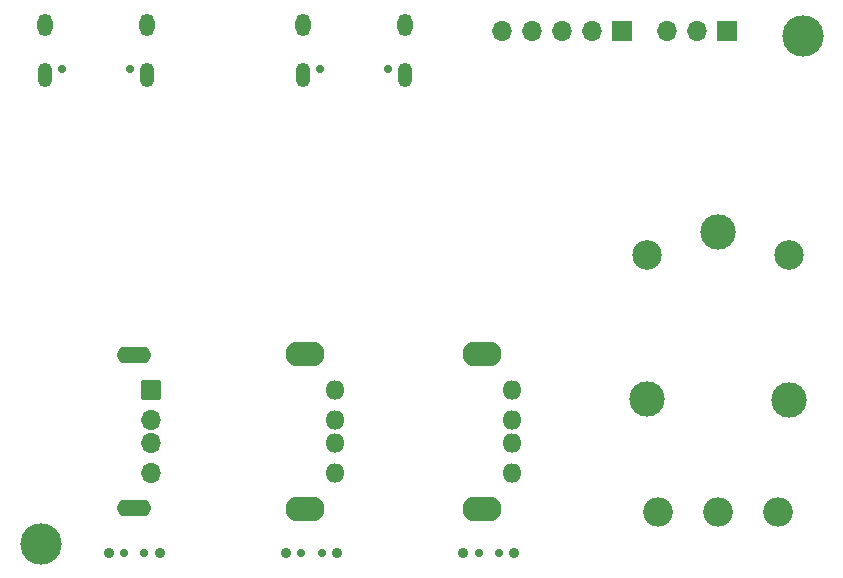
<source format=gbs>
G04 #@! TF.GenerationSoftware,KiCad,Pcbnew,8.0.2*
G04 #@! TF.CreationDate,2024-05-22T22:05:32+08:00*
G04 #@! TF.ProjectId,pppc_usb_hub,70707063-5f75-4736-925f-6875622e6b69,rev?*
G04 #@! TF.SameCoordinates,Original*
G04 #@! TF.FileFunction,Soldermask,Bot*
G04 #@! TF.FilePolarity,Negative*
%FSLAX46Y46*%
G04 Gerber Fmt 4.6, Leading zero omitted, Abs format (unit mm)*
G04 Created by KiCad (PCBNEW 8.0.2) date 2024-05-22 22:05:32*
%MOMM*%
%LPD*%
G01*
G04 APERTURE LIST*
G04 Aperture macros list*
%AMRoundRect*
0 Rectangle with rounded corners*
0 $1 Rounding radius*
0 $2 $3 $4 $5 $6 $7 $8 $9 X,Y pos of 4 corners*
0 Add a 4 corners polygon primitive as box body*
4,1,4,$2,$3,$4,$5,$6,$7,$8,$9,$2,$3,0*
0 Add four circle primitives for the rounded corners*
1,1,$1+$1,$2,$3*
1,1,$1+$1,$4,$5*
1,1,$1+$1,$6,$7*
1,1,$1+$1,$8,$9*
0 Add four rect primitives between the rounded corners*
20,1,$1+$1,$2,$3,$4,$5,0*
20,1,$1+$1,$4,$5,$6,$7,0*
20,1,$1+$1,$6,$7,$8,$9,0*
20,1,$1+$1,$8,$9,$2,$3,0*%
G04 Aperture macros list end*
%ADD10C,0.900000*%
%ADD11C,0.700000*%
%ADD12R,1.700000X1.700000*%
%ADD13O,1.700000X1.700000*%
%ADD14C,3.000000*%
%ADD15C,2.500000*%
%ADD16O,1.625600X1.625600*%
%ADD17O,3.301600X2.101600*%
%ADD18RoundRect,0.050000X0.800000X-0.800000X0.800000X0.800000X-0.800000X0.800000X-0.800000X-0.800000X0*%
%ADD19O,2.900000X1.400000*%
%ADD20O,1.200000X2.100000*%
%ADD21O,1.300000X1.900000*%
%ADD22O,2.501600X2.501600*%
%ADD23C,3.500000*%
G04 APERTURE END LIST*
D10*
X117774100Y-103900000D03*
D11*
X119074100Y-103900000D03*
X120774100Y-103900000D03*
D10*
X122074100Y-103900000D03*
D12*
X131180000Y-59700000D03*
D13*
X128640000Y-59700000D03*
X126100000Y-59700000D03*
X123560000Y-59700000D03*
X121020000Y-59700000D03*
D14*
X139370000Y-76748012D03*
D15*
X133320000Y-78698012D03*
D14*
X133320000Y-90898012D03*
X145370000Y-90948012D03*
D15*
X145320000Y-78698012D03*
D12*
X140080000Y-59700000D03*
D13*
X137540000Y-59700000D03*
X135000000Y-59700000D03*
D10*
X87774100Y-103900000D03*
D11*
X89074100Y-103900000D03*
X90774100Y-103900000D03*
D10*
X92074100Y-103900000D03*
X102774100Y-103900000D03*
D11*
X104074100Y-103900000D03*
X105774100Y-103900000D03*
D10*
X107074100Y-103900000D03*
D16*
X121874000Y-90100000D03*
X121874000Y-92599300D03*
X121874000Y-94600900D03*
X121874000Y-97100200D03*
D17*
X119373800Y-87030100D03*
X119373800Y-100170100D03*
D16*
X106874000Y-90100000D03*
X106874000Y-92599300D03*
X106874000Y-94600900D03*
X106874000Y-97100200D03*
D17*
X104373800Y-87030100D03*
X104373800Y-100170100D03*
D18*
X91374000Y-90100100D03*
D13*
X91374000Y-92600200D03*
X91374000Y-94600200D03*
X91374000Y-97100100D03*
D19*
X89873800Y-87150200D03*
X89873800Y-100050000D03*
D11*
X89589900Y-62893400D03*
X83809900Y-62893400D03*
D20*
X91025000Y-63413600D03*
D21*
X91025000Y-59213500D03*
D20*
X82375000Y-63413600D03*
D21*
X82375000Y-59213500D03*
D22*
X134290000Y-100450000D03*
X139370000Y-100450000D03*
X144450000Y-100450000D03*
D11*
X111389900Y-62893400D03*
X105609900Y-62893400D03*
D20*
X112825000Y-63413600D03*
D21*
X112825000Y-59213500D03*
D20*
X104175000Y-63413600D03*
D21*
X104175000Y-59213500D03*
D23*
X82000000Y-103100000D03*
X146500000Y-60100000D03*
M02*

</source>
